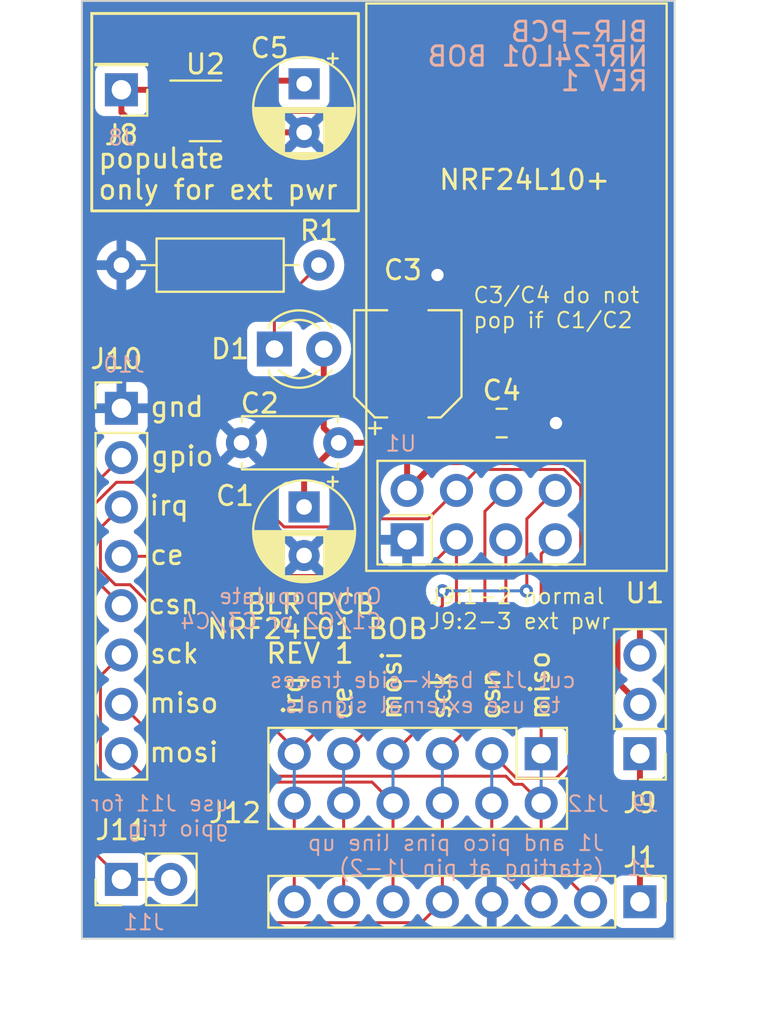
<source format=kicad_pcb>
(kicad_pcb (version 20221018) (generator pcbnew)
  (layers (0 "F.Cu" signal) (31 "B.Cu" signal) (34 "B.Paste" user) (35 "F.Paste" user) (36 "B.SilkS" user "B.Silkscreen") (37 "F.SilkS" user "F.Silkscreen") (38 "B.Mask" user) (39 "F.Mask" user) (44 "Edge.Cuts" user))
  (net 0 "")
  (net 1 "/nrf_3v3")
  (net 2 "GND")
  (net 3 "/hdr_3v3")
  (net 4 "/miso")
  (net 5 "/csn")
  (net 6 "/sck")
  (net 7 "/mosi")
  (net 8 "/ce")
  (net 9 "/irq")
  (net 10 "/gpio")
  (net 12 "Net-(D1-K)")
  (net 13 "/ext_5v")
  (net 14 "/reg_3v3")
  (footprint "Package_TO_SOT_SMD:SOT-23-5" (layer "F.Cu") (at 129.54 85.278)
    (fp_text reference "U2" (at 0 -2.4) (layer "F.SilkS"))
    (fp_text value "AP2112K-3.3")
    (pad "1" smd roundrect (at -1.1375 -0.95) (size 1.325 0.6) (layers "F.Cu" "F.Paste" "F.Mask") (net 13 "/ext_5v"))
    (pad "2" smd roundrect (at -1.1375 0) (size 1.325 0.6) (layers "F.Cu" "F.Paste" "F.Mask") (net 2 "GND"))
    (pad "3" smd roundrect (at -1.1375 0.95) (size 1.325 0.6) (layers "F.Cu" "F.Paste" "F.Mask") (net 13 "/ext_5v"))
    (pad "4" smd roundrect (at 1.1375 0.95) (size 1.325 0.6) (layers "F.Cu" "F.Paste" "F.Mask"))
    (pad "5" smd roundrect (at 1.1375 -0.95) (size 1.325 0.6) (layers "F.Cu" "F.Paste" "F.Mask") (net 14 "/reg_3v3"))
  )
  (footprint "Capacitor_SMD:CP_Elec_5x3.9" (layer "F.Cu") (at 139.954 98.298 90)
    (fp_text reference "C3" (at 4.826 -0.254 180) (layer "F.SilkS"))
    (fp_text value "10uF")
    (pad "1" smd roundrect (at -2.2 0 90) (size 3 1.6) (layers "F.Cu" "F.Paste" "F.Mask") (roundrect_rratio 0.15625) (net 1 "/nrf_3v3"))
    (pad "2" smd roundrect (at 2.2 0 90) (size 3 1.6) (layers "F.Cu" "F.Paste" "F.Mask") (roundrect_rratio 0.15625) (net 2 "GND"))
  )
  (footprint "LED_THT:LED_D3.0mm" (layer "F.Cu") (at 133.091 97.536)
    (fp_text reference "D1" (at -2.281 0) (layer "F.SilkS"))
    (fp_text value "GREEN")
    (pad "1" thru_hole rect (at 0 0) (size 1.8 1.8) (drill 0.9) (layers "*.Cu" "*.Mask") (net 12 "Net-(D1-K)"))
    (pad "2" thru_hole circle (at 2.54 0) (size 1.8 1.8) (drill 0.9) (layers "*.Cu" "*.Mask") (net 1 "/nrf_3v3"))
  )
  (footprint "RF_Module:nRF24L01_Breakout" (layer "F.Cu") (at 139.917 107.353 90)
    (fp_text reference "U1" (at -2.748 12.229 180) (layer "F.SilkS"))
    (fp_text value "NRF24L01")
    (pad "1" thru_hole rect (at 0 0 90) (size 1.7 1.7) (drill 1) (layers "*.Cu" "*.Mask") (net 2 "GND"))
    (pad "2" thru_hole circle (at 2.54 0 90) (size 1.7 1.7) (drill 1) (layers "*.Cu" "*.Mask") (net 1 "/nrf_3v3"))
    (pad "3" thru_hole circle (at 0 2.54 90) (size 1.7 1.7) (drill 1) (layers "*.Cu" "*.Mask") (net 8 "/ce"))
    (pad "4" thru_hole circle (at 2.54 2.54 90) (size 1.7 1.7) (drill 1) (layers "*.Cu" "*.Mask") (net 5 "/csn"))
    (pad "5" thru_hole circle (at 0 5.08 90) (size 1.7 1.7) (drill 1) (layers "*.Cu" "*.Mask") (net 6 "/sck"))
    (pad "6" thru_hole circle (at 2.54 5.08 90) (size 1.7 1.7) (drill 1) (layers "*.Cu" "*.Mask") (net 7 "/mosi"))
    (pad "7" thru_hole circle (at 0 7.62 90) (size 1.7 1.7) (drill 1) (layers "*.Cu" "*.Mask") (net 4 "/miso"))
    (pad "8" thru_hole circle (at 2.54 7.62 90) (size 1.7 1.7) (drill 1) (layers "*.Cu" "*.Mask") (net 9 "/irq"))
  )
  (footprint "Capacitor_SMD:C_0805_2012Metric_Pad1.18x1.45mm_HandSolder" (layer "F.Cu") (at 144.78 101.346)
    (fp_text reference "C4" (at 0 -1.68) (layer "F.SilkS"))
    (fp_text value "0.1uF")
    (pad "1" smd roundrect (at -1.0375 0) (size 1.175 1.45) (layers "F.Cu" "F.Paste" "F.Mask") (roundrect_rratio 0.2127659574) (net 1 "/nrf_3v3"))
    (pad "2" smd roundrect (at 1.0375 0) (size 1.175 1.45) (layers "F.Cu" "F.Paste" "F.Mask") (roundrect_rratio 0.2127659574) (net 2 "GND"))
  )
  (footprint "Capacitor_THT:C_Disc_D4.7mm_W2.5mm_P5.00mm" (layer "F.Cu") (at 136.398 102.362 180)
    (fp_text reference "C2" (at 4.064 2.032) (layer "F.SilkS"))
    (fp_text value "0.1uF")
    (pad "1" thru_hole circle (at 0 0 180) (size 1.6 1.6) (drill 0.8) (layers "*.Cu" "*.Mask") (net 1 "/nrf_3v3"))
    (pad "2" thru_hole circle (at 5 0 180) (size 1.6 1.6) (drill 0.8) (layers "*.Cu" "*.Mask") (net 2 "GND"))
  )
  (footprint "Connector_PinHeader_2.54mm:PinHeader_1x08_P2.54mm_Vertical" (layer "F.Cu") (at 151.892 125.984 -90)
    (fp_text reference "J1" (at -2.286 0) (layer "F.SilkS"))
    (fp_text value "Conn_01x08_Pin")
    (pad "1" thru_hole rect (at 0 0 270) (size 1.7 1.7) (drill 1) (layers "*.Cu" "*.Mask") (net 3 "/hdr_3v3"))
    (pad "2" thru_hole oval (at 0 2.54 270) (size 1.7 1.7) (drill 1) (layers "*.Cu" "*.Mask") (net 4 "/miso"))
    (pad "3" thru_hole oval (at 0 5.08 270) (size 1.7 1.7) (drill 1) (layers "*.Cu" "*.Mask") (net 5 "/csn"))
    (pad "4" thru_hole oval (at 0 7.62 270) (size 1.7 1.7) (drill 1) (layers "*.Cu" "*.Mask") (net 2 "GND"))
    (pad "5" thru_hole oval (at 0 10.16 270) (size 1.7 1.7) (drill 1) (layers "*.Cu" "*.Mask") (net 6 "/sck"))
    (pad "6" thru_hole oval (at 0 12.7 270) (size 1.7 1.7) (drill 1) (layers "*.Cu" "*.Mask") (net 7 "/mosi"))
    (pad "7" thru_hole oval (at 0 15.24 270) (size 1.7 1.7) (drill 1) (layers "*.Cu" "*.Mask") (net 8 "/ce"))
    (pad "8" thru_hole oval (at 0 17.78 270) (size 1.7 1.7) (drill 1) (layers "*.Cu" "*.Mask") (net 9 "/irq"))
  )
  (footprint "Connector_PinHeader_2.54mm:PinHeader_1x03_P2.54mm_Vertical" (layer "F.Cu") (at 151.892 118.364 180)
    (fp_text reference "J9" (at 0 -2.54) (layer "F.SilkS"))
    (fp_text value "Conn_01x03_Pin")
    (pad "1" thru_hole rect (at 0 0 180) (size 1.7 1.7) (drill 1) (layers "*.Cu" "*.Mask") (net 3 "/hdr_3v3"))
    (pad "2" thru_hole oval (at 0 2.54 180) (size 1.7 1.7) (drill 1) (layers "*.Cu" "*.Mask") (net 1 "/nrf_3v3"))
    (pad "3" thru_hole oval (at 0 5.08 180) (size 1.7 1.7) (drill 1) (layers "*.Cu" "*.Mask") (net 14 "/reg_3v3"))
  )
  (footprint "Connector_PinHeader_2.54mm:PinHeader_1x01_P2.54mm_Vertical" (layer "F.Cu") (at 125.222 84.193 180)
    (fp_text reference "J8" (at 0 -2.33) (layer "F.SilkS"))
    (fp_text value "Conn_01x01_Pin")
    (pad "1" thru_hole rect (at 0 0 180) (size 1.7 1.7) (drill 1) (layers "*.Cu" "*.Mask") (net 13 "/ext_5v"))
  )
  (footprint "Connector_PinHeader_2.54mm:PinHeader_2x06_P2.54mm_Vertical" (layer "F.Cu") (at 146.812 118.364 -90)
    (fp_text reference "J12" (at 3.048 15.748) (layer "F.SilkS"))
    (fp_text value "Conn_02x06_Odd_Even")
    (pad "1" thru_hole rect (at 0 0 270) (size 1.7 1.7) (drill 1) (layers "*.Cu" "*.Mask") (net 4 "/miso"))
    (pad "2" thru_hole oval (at 2.54 0 270) (size 1.7 1.7) (drill 1) (layers "*.Cu" "*.Mask") (net 4 "/miso"))
    (pad "3" thru_hole oval (at 0 2.54 270) (size 1.7 1.7) (drill 1) (layers "*.Cu" "*.Mask") (net 5 "/csn"))
    (pad "4" thru_hole oval (at 2.54 2.54 270) (size 1.7 1.7) (drill 1) (layers "*.Cu" "*.Mask") (net 5 "/csn"))
    (pad "5" thru_hole oval (at 0 5.08 270) (size 1.7 1.7) (drill 1) (layers "*.Cu" "*.Mask") (net 6 "/sck"))
    (pad "6" thru_hole oval (at 2.54 5.08 270) (size 1.7 1.7) (drill 1) (layers "*.Cu" "*.Mask") (net 6 "/sck"))
    (pad "7" thru_hole oval (at 0 7.62 270) (size 1.7 1.7) (drill 1) (layers "*.Cu" "*.Mask") (net 7 "/mosi"))
    (pad "8" thru_hole oval (at 2.54 7.62 270) (size 1.7 1.7) (drill 1) (layers "*.Cu" "*.Mask") (net 7 "/mosi"))
    (pad "9" thru_hole oval (at 0 10.16 270) (size 1.7 1.7) (drill 1) (layers "*.Cu" "*.Mask") (net 8 "/ce"))
    (pad "10" thru_hole oval (at 2.54 10.16 270) (size 1.7 1.7) (drill 1) (layers "*.Cu" "*.Mask") (net 8 "/ce"))
    (pad "11" thru_hole oval (at 0 12.7 270) (size 1.7 1.7) (drill 1) (layers "*.Cu" "*.Mask") (net 9 "/irq"))
    (pad "12" thru_hole oval (at 2.54 12.7 270) (size 1.7 1.7) (drill 1) (layers "*.Cu" "*.Mask") (net 9 "/irq"))
  )
  (footprint "Resistor_THT:R_Axial_DIN0207_L6.3mm_D2.5mm_P10.16mm_Horizontal" (layer "F.Cu") (at 135.382 93.218 180)
    (fp_text reference "R1" (at 0 1.778 180) (layer "F.SilkS"))
    (fp_text value "270")
    (pad "1" thru_hole circle (at 0 0 180) (size 1.6 1.6) (drill 0.8) (layers "*.Cu" "*.Mask") (net 12 "Net-(D1-K)"))
    (pad "2" thru_hole oval (at 10.16 0 180) (size 1.6 1.6) (drill 0.8) (layers "*.Cu" "*.Mask") (net 2 "GND"))
  )
  (footprint "Connector_PinHeader_2.54mm:PinHeader_1x08_P2.54mm_Vertical" (layer "F.Cu") (at 125.222 100.584)
    (fp_text reference "J10" (at -0.254 -2.54) (layer "F.SilkS"))
    (fp_text value "Conn_01x08_Pin")
    (pad "1" thru_hole rect (at 0 0) (size 1.7 1.7) (drill 1) (layers "*.Cu" "*.Mask") (net 2 "GND"))
    (pad "2" thru_hole oval (at 0 2.54) (size 1.7 1.7) (drill 1) (layers "*.Cu" "*.Mask") (net 10 "/gpio"))
    (pad "3" thru_hole oval (at 0 5.08) (size 1.7 1.7) (drill 1) (layers "*.Cu" "*.Mask") (net 9 "/irq"))
    (pad "4" thru_hole oval (at 0 7.62) (size 1.7 1.7) (drill 1) (layers "*.Cu" "*.Mask") (net 8 "/ce"))
    (pad "5" thru_hole oval (at 0 10.16) (size 1.7 1.7) (drill 1) (layers "*.Cu" "*.Mask") (net 5 "/csn"))
    (pad "6" thru_hole oval (at 0 12.7) (size 1.7 1.7) (drill 1) (layers "*.Cu" "*.Mask") (net 6 "/sck"))
    (pad "7" thru_hole oval (at 0 15.24) (size 1.7 1.7) (drill 1) (layers "*.Cu" "*.Mask") (net 4 "/miso"))
    (pad "8" thru_hole oval (at 0 17.78) (size 1.7 1.7) (drill 1) (layers "*.Cu" "*.Mask") (net 7 "/mosi"))
  )
  (footprint "Capacitor_THT:CP_Radial_D5.0mm_P2.50mm" (layer "F.Cu") (at 134.62 83.884888 -90)
    (fp_text reference "C5" (at -1.842888 1.778 -180) (layer "F.SilkS"))
    (fp_text value "10uF")
    (pad "1" thru_hole rect (at 0 0 270) (size 1.6 1.6) (drill 0.8) (layers "*.Cu" "*.Mask") (net 13 "/ext_5v"))
    (pad "2" thru_hole circle (at 2.5 0 270) (size 1.6 1.6) (drill 0.8) (layers "*.Cu" "*.Mask") (net 2 "GND"))
  )
  (footprint "Connector_PinHeader_2.54mm:PinHeader_1x02_P2.54mm_Vertical" (layer "F.Cu") (at 125.222 124.833 90)
    (fp_text reference "J11" (at 2.54 0 180) (layer "F.SilkS"))
    (fp_text value "Conn_01x02_Pin")
    (pad "1" thru_hole rect (at 0 0 90) (size 1.7 1.7) (drill 1) (layers "*.Cu" "*.Mask") (net 10 "/gpio"))
    (pad "2" thru_hole oval (at 0 2.54 90) (size 1.7 1.7) (drill 1) (layers "*.Cu" "*.Mask") (net 10 "/gpio"))
  )
  (footprint "Capacitor_THT:CP_Radial_D5.0mm_P2.50mm" (layer "F.Cu") (at 134.62 105.664 -90)
    (fp_text reference "C1" (at -0.572888 3.556 -180) (layer "F.SilkS"))
    (fp_text value "10uF")
    (pad "1" thru_hole rect (at 0 0 270) (size 1.6 1.6) (drill 0.8) (layers "*.Cu" "*.Mask") (net 1 "/nrf_3v3"))
    (pad "2" thru_hole circle (at 2.5 0 270) (size 1.6 1.6) (drill 0.8) (layers "*.Cu" "*.Mask") (net 2 "GND"))
  )
  (gr_rect (start 123.698 80.264) (end 137.414 90.424) (stroke (width 0.15)) (fill none) (layer "F.SilkS"))
  (gr_line (start 153.67 127.881) (end 123.19 127.881) (stroke (width 0.1)) (layer "Edge.Cuts"))
  (gr_line (start 123.19 79.621) (end 153.67 79.621) (stroke (width 0.1)) (layer "Edge.Cuts"))
  (gr_line (start 123.19 127.881) (end 123.19 79.621) (stroke (width 0.1)) (layer "Edge.Cuts"))
  (gr_line (start 153.67 79.621) (end 153.67 127.881) (stroke (width 0.1)) (layer "Edge.Cuts"))
  (gr_text "J10" (at 126.492 98.806) (layer "B.SilkS") (effects (font (size 0.8001 0.8001) (thickness 0.1016)) (justify left bottom mirror)))
  (gr_text "J11" (at 127.508 127.508) (layer "B.SilkS") (effects (font (size 0.8001 0.8001) (thickness 0.1016)) (justify left bottom mirror)))
  (gr_text "J12" (at 150.368 121.412) (layer "B.SilkS") (effects (font (size 0.8001 0.8001) (thickness 0.1016)) (justify left bottom mirror)))
  (gr_text "cut J12 back-side traces\nto use external signals" (at 140.716 116.332) (layer "B.SilkS") (effects (font (size 0.8001 0.8001) (thickness 0.1016)) (justify bottom mirror)))
  (gr_text "J9" (at 152.908 121.412) (layer "B.SilkS") (effects (font (size 0.8001 0.8001) (thickness 0.1016)) (justify left bottom mirror)))
  (gr_text "J8" (at 125.984 87.122) (layer "B.SilkS") (effects (font (size 0.8001 0.8001) (thickness 0.1016)) (justify left bottom mirror)))
  (gr_text "J1 and pico pins line up\n(starting at pin J1-2)" (at 150.114 124.714) (layer "B.SilkS") (effects (font (size 0.8001 0.8001) (thickness 0.1016)) (justify left bottom mirror)))
  (gr_text "U1" (at 140.462 102.87) (layer "B.SilkS") (effects (font (size 0.8001 0.8001) (thickness 0.1016)) (justify left bottom mirror)))
  (gr_text "Only populate\nC1/C2 or C3/C4" (at 138.684 112.014) (layer "B.SilkS") (effects (font (size 0.8001 0.8001) (thickness 0.1016)) (justify left bottom mirror)))
  (gr_text "NRF24L01 BOB" (at 152.4 83.058) (layer "B.SilkS") (effects (font (size 1 1)) (justify left bottom mirror)))
  (gr_text "BLR-PCB" (at 152.4 81.788) (layer "B.SilkS") (effects (font (size 1 1)) (justify left bottom mirror)))
  (gr_text "J1" (at 152.654 124.714) (layer "B.SilkS") (effects (font (size 0.8001 0.8001) (thickness 0.1016)) (justify left bottom mirror)))
  (gr_text "use J11 for\ngpio trig" (at 130.81 122.682) (layer "B.SilkS") (effects (font (size 0.8001 0.8001) (thickness 0.1016)) (justify left bottom mirror)))
  (gr_text "REV 1" (at 152.4 84.328) (layer "B.SilkS") (effects (font (size 1 1)) (justify left bottom mirror)))
  (gr_text "irq" (at 128.778 106.172) (layer "F.SilkS") (effects (font (size 1 1)) (justify right bottom)))
  (gr_text "mosi" (at 139.7 116.705 90) (layer "F.SilkS") (effects (font (size 1 1)) (justify left bottom)))
  (gr_text "J9:1-2 normal\nJ9:2-3 ext pwr" (at 140.97 112.014) (layer "F.SilkS") (effects (font (size 0.8001 0.8001) (thickness 0.1016)) (justify left bottom)))
  (gr_text "populate\nonly for ext pwr" (at 123.952 89.916) (layer "F.SilkS") (effects (font (size 1 1)) (justify left bottom)))
  (gr_text "BLR PCB" (at 131.572 111.252) (layer "F.SilkS") (effects (font (size 1 1)) (justify left bottom)))
  (gr_text "ce" (at 137.16 116.705 90) (layer "F.SilkS") (effects (font (size 1 1)) (justify left bottom)))
  (gr_text "NRF24L01 BOB" (at 129.54 112.522) (layer "F.SilkS") (effects (font (size 1 1)) (justify left bottom)))
  (gr_text "mosi" (at 130.302 118.872) (layer "F.SilkS") (effects (font (size 1 1)) (justify right bottom)))
  (gr_text "csn" (at 129.286 111.252) (layer "F.SilkS") (effects (font (size 1 1)) (justify right bottom)))
  (gr_text "sck" (at 142.24 116.705 90) (layer "F.SilkS") (effects (font (size 1 1)) (justify left bottom)))
  (gr_text "miso" (at 130.302 116.332) (layer "F.SilkS") (effects (font (size 1 1)) (justify right bottom)))
  (gr_text "gnd" (at 129.54 101.092) (layer "F.SilkS") (effects (font (size 1 1)) (justify right bottom)))
  (gr_text "sck" (at 129.286 113.792) (layer "F.SilkS") (effects (font (size 1 1)) (justify right bottom)))
  (gr_text "irq" (at 134.62 116.451 90) (layer "F.SilkS") (effects (font (size 1 1)) (justify left bottom)))
  (gr_text "gpio" (at 130.048 103.632) (layer "F.SilkS") (effects (font (size 1 1)) (justify right bottom)))
  (gr_text "miso" (at 147.32 116.705 90) (layer "F.SilkS") (effects (font (size 1 1)) (justify left bottom)))
  (gr_text "REV 1" (at 132.588 113.792) (layer "F.SilkS") (effects (font (size 1 1)) (justify left bottom)))
  (gr_text "C3/C4 do not\npop if C1/C2" (at 143.256 96.52) (layer "F.SilkS") (effects (font (size 0.8001 0.8001) (thickness 0.1016)) (justify left bottom)))
  (gr_text "NRF24L10+" (at 141.478 89.408) (layer "F.SilkS") (effects (font (size 1 1)) (justify left bottom)))
  (gr_text "csn" (at 144.78 116.705 90) (layer "F.SilkS") (effects (font (size 1 1)) (justify left bottom)))
  (gr_text "ce" (at 128.524 108.712) (layer "F.SilkS") (effects (font (size 1 1)) (justify right bottom)))
  (segment (start 139.954 100.498) (end 142.8945 100.498) (width 0.3048) (layer "F.Cu") (net 1))
  (segment (start 142.8945 100.498) (end 143.7425 101.346) (width 0.3048) (layer "F.Cu") (net 1))
  (segment (start 135.631 101.595) (end 136.398 102.362) (width 0.3048) (layer "F.Cu") (net 1))
  (segment (start 139.917 104.813) (end 141.376101 103.353899) (width 0.3048) (layer "F.Cu") (net 1))
  (segment (start 134.62 104.14) (end 134.62 105.664) (width 0.3048) (layer "F.Cu") (net 1))
  (segment (start 135.631 97.536) (end 135.631 101.595) (width 0.3048) (layer "F.Cu") (net 1))
  (segment (start 136.398 102.362) (end 134.62 104.14) (width 0.3048) (layer "F.Cu") (net 1))
  (segment (start 150.7372 105.949719) (end 150.7372 114.6692) (width 0.3048) (layer "F.Cu") (net 1))
  (segment (start 139.954 100.498) (end 139.917 100.535) (width 0.3048) (layer "F.Cu") (net 1))
  (segment (start 139.917 100.535) (end 139.917 104.813) (width 0.3048) (layer "F.Cu") (net 1))
  (segment (start 148.14138 103.353899) (end 150.7372 105.949719) (width 0.3048) (layer "F.Cu") (net 1))
  (segment (start 150.7372 114.6692) (end 151.892 115.824) (width 0.3048) (layer "F.Cu") (net 1))
  (segment (start 141.376101 103.353899) (end 148.14138 103.353899) (width 0.3048) (layer "F.Cu") (net 1))
  (segment (start 138.09 102.362) (end 139.954 100.498) (width 0.3048) (layer "F.Cu") (net 1))
  (segment (start 136.398 102.362) (end 138.09 102.362) (width 0.3048) (layer "F.Cu") (net 1))
  (segment (start 133.48863 86.384888) (end 134.62 86.384888) (width 0.3048) (layer "F.Cu") (net 2))
  (segment (start 139.954 95.25) (end 141.478 93.726) (width 0.3048) (layer "F.Cu") (net 2))
  (segment (start 139.954 96.098) (end 139.954 95.25) (width 0.3048) (layer "F.Cu") (net 2))
  (segment (start 128.4025 85.278) (end 132.381742 85.278) (width 0.3048) (layer "F.Cu") (net 2))
  (segment (start 145.8175 101.346) (end 147.574 101.346) (width 0.3048) (layer "F.Cu") (net 2))
  (segment (start 132.381742 85.278) (end 133.48863 86.384888) (width 0.3048) (layer "F.Cu") (net 2))
  (via (at 147.574 101.346) (size 1.27) (drill 0.635) (layers "F.Cu" "B.Cu") (net 2))
  (via (at 141.478 93.726) (size 1.27) (drill 0.635) (layers "F.Cu" "B.Cu") (net 2))
  (segment (start 151.892 118.364) (end 151.892 125.984) (width 0.3048) (layer "F.Cu") (net 3))
  (segment (start 146.812 118.364) (end 146.812 108.078) (width 0.1524) (layer "F.Cu") (net 4))
  (segment (start 145.415955 119.938301) (end 145.846301 119.938301) (width 0.1524) (layer "F.Cu") (net 4))
  (segment (start 145.846301 119.938301) (end 146.812 120.904) (width 0.1524) (layer "F.Cu") (net 4))
  (segment (start 125.222 115.824) (end 128.919099 119.521099) (width 0.1524) (layer "F.Cu") (net 4))
  (segment (start 146.812 108.078) (end 147.537 107.353) (width 0.1524) (layer "F.Cu") (net 4))
  (segment (start 128.919099 119.521099) (end 144.998753 119.521099) (width 0.1524) (layer "F.Cu") (net 4))
  (segment (start 146.812 123.444) (end 149.352 125.984) (width 0.1524) (layer "F.Cu") (net 4))
  (segment (start 146.812 120.904) (end 146.812 123.444) (width 0.1524) (layer "F.Cu") (net 4))
  (segment (start 144.998753 119.521099) (end 145.415955 119.938301) (width 0.1524) (layer "F.Cu") (net 4))
  (segment (start 146.812 118.364) (end 146.812 120.904) (width 0.1524) (layer "B.Cu") (net 4))
  (segment (start 148.844 118.364) (end 147.574 119.634) (width 0.1524) (layer "F.Cu") (net 5))
  (segment (start 148.844 104.594629) (end 148.844 118.364) (width 0.1524) (layer "F.Cu") (net 5))
  (segment (start 143.5356 103.7344) (end 147.983771 103.7344) (width 0.1524) (layer "F.Cu") (net 5))
  (segment (start 144.272 123.444) (end 146.812 125.984) (width 0.1524) (layer "F.Cu") (net 5))
  (segment (start 145.542 119.634) (end 144.272 118.364) (width 0.1524) (layer "F.Cu") (net 5))
  (segment (start 124.966629 104.394) (end 131.2928 104.394) (width 0.1524) (layer "F.Cu") (net 5))
  (segment (start 123.839099 105.52153) (end 124.966629 104.394) (width 0.1524) (layer "F.Cu") (net 5))
  (segment (start 125.222 110.744) (end 123.839099 109.361099) (width 0.1524) (layer "F.Cu") (net 5))
  (segment (start 144.272 120.904) (end 144.272 123.444) (width 0.1524) (layer "F.Cu") (net 5))
  (segment (start 140.9956 106.2744) (end 142.457 104.813) (width 0.1524) (layer "F.Cu") (net 5))
  (segment (start 136.5496 106.2744) (end 140.9956 106.2744) (width 0.1524) (layer "F.Cu") (net 5))
  (segment (start 131.2928 104.394) (end 133.5914 106.6926) (width 0.1524) (layer "F.Cu") (net 5))
  (segment (start 136.1314 106.6926) (end 136.5496 106.2744) (width 0.1524) (layer "F.Cu") (net 5))
  (segment (start 142.457 104.813) (end 143.5356 103.7344) (width 0.1524) (layer "F.Cu") (net 5))
  (segment (start 123.839099 109.361099) (end 123.839099 105.52153) (width 0.1524) (layer "F.Cu") (net 5))
  (segment (start 147.574 119.634) (end 145.542 119.634) (width 0.1524) (layer "F.Cu") (net 5))
  (segment (start 133.5914 106.6926) (end 136.1314 106.6926) (width 0.1524) (layer "F.Cu") (net 5))
  (segment (start 147.983771 103.7344) (end 148.844 104.594629) (width 0.1524) (layer "F.Cu") (net 5))
  (segment (start 144.272 118.364) (end 144.272 120.904) (width 0.1524) (layer "B.Cu") (net 5))
  (segment (start 124.1434 121.6034) (end 125.222 122.682) (width 0.1524) (layer "F.Cu") (net 6))
  (segment (start 124.1434 114.3626) (end 124.1434 121.6034) (width 0.1524) (layer "F.Cu") (net 6))
  (segment (start 128.27 122.682) (end 132.6506 127.0626) (width 0.1524) (layer "F.Cu") (net 6))
  (segment (start 144.997 115.099) (end 144.997 107.353) (width 0.1524) (layer "F.Cu") (net 6))
  (segment (start 125.222 122.682) (end 128.27 122.682) (width 0.1524) (layer "F.Cu") (net 6))
  (segment (start 140.6534 127.0626) (end 141.732 125.984) (width 0.1524) (layer "F.Cu") (net 6))
  (segment (start 141.732 118.364) (end 144.997 115.099) (width 0.1524) (layer "F.Cu") (net 6))
  (segment (start 141.732 120.904) (end 141.732 125.984) (width 0.1524) (layer "F.Cu") (net 6))
  (segment (start 132.6506 127.0626) (end 140.6534 127.0626) (width 0.1524) (layer "F.Cu") (net 6))
  (segment (start 125.222 113.284) (end 124.1434 114.3626) (width 0.1524) (layer "F.Cu") (net 6))
  (segment (start 141.732 118.364) (end 141.732 120.904) (width 0.1524) (layer "B.Cu") (net 6))
  (segment (start 143.9184 113.6376) (end 143.9184 105.8916) (width 0.1524) (layer "F.Cu") (net 7))
  (segment (start 143.9184 105.8916) (end 144.997 104.813) (width 0.1524) (layer "F.Cu") (net 7))
  (segment (start 125.222 118.364) (end 126.6834 119.8254) (width 0.1524) (layer "F.Cu") (net 7))
  (segment (start 138.1134 119.8254) (end 139.192 120.904) (width 0.1524) (layer "F.Cu") (net 7))
  (segment (start 126.6834 119.8254) (end 138.1134 119.8254) (width 0.1524) (layer "F.Cu") (net 7))
  (segment (start 139.192 120.904) (end 139.192 125.984) (width 0.1524) (layer "F.Cu") (net 7))
  (segment (start 139.192 118.364) (end 143.9184 113.6376) (width 0.1524) (layer "F.Cu") (net 7))
  (segment (start 139.192 118.364) (end 139.192 120.904) (width 0.1524) (layer "B.Cu") (net 7))
  (segment (start 131.318 108.204) (end 132.3066 109.1926) (width 0.1524) (layer "F.Cu") (net 8))
  (segment (start 136.652 120.904) (end 136.652 125.984) (width 0.1524) (layer "F.Cu") (net 8))
  (segment (start 132.3066 109.1926) (end 140.6174 109.1926) (width 0.1524) (layer "F.Cu") (net 8))
  (segment (start 142.457 107.353) (end 142.457 112.559) (width 0.1524) (layer "F.Cu") (net 8))
  (segment (start 140.6174 109.1926) (end 142.457 107.353) (width 0.1524) (layer "F.Cu") (net 8))
  (segment (start 142.457 112.559) (end 136.652 118.364) (width 0.1524) (layer "F.Cu") (net 8))
  (segment (start 125.222 108.204) (end 131.318 108.204) (width 0.1524) (layer "F.Cu") (net 8))
  (segment (start 136.652 118.364) (end 136.652 120.904) (width 0.1524) (layer "B.Cu") (net 8))
  (segment (start 141.732 110.744) (end 141.732 109.982) (width 0.1524) (layer "F.Cu") (net 9))
  (segment (start 125.222 105.664) (end 124.1434 106.7426) (width 0.1524) (layer "F.Cu") (net 9))
  (segment (start 134.112 118.364) (end 141.732 110.744) (width 0.1524) (layer "F.Cu") (net 9))
  (segment (start 134.112 120.904) (end 134.112 125.984) (width 0.1524) (layer "F.Cu") (net 9))
  (segment (start 124.1434 108.9034) (end 124.9054 109.6654) (width 0.1524) (layer "F.Cu") (net 9))
  (segment (start 125.668771 109.6654) (end 134.112 118.108629) (width 0.1524) (layer "F.Cu") (net 9))
  (segment (start 146.0756 109.9564) (end 146.0756 106.2744) (width 0.1524) (layer "F.Cu") (net 9))
  (segment (start 146.05 109.982) (end 146.0756 109.9564) (width 0.1524) (layer "F.Cu") (net 9))
  (segment (start 146.0756 106.2744) (end 147.537 104.813) (width 0.1524) (layer "F.Cu") (net 9))
  (segment (start 134.112 118.108629) (end 134.112 118.364) (width 0.1524) (layer "F.Cu") (net 9))
  (segment (start 124.9054 109.6654) (end 125.668771 109.6654) (width 0.1524) (layer "F.Cu") (net 9))
  (segment (start 124.1434 106.7426) (end 124.1434 108.9034) (width 0.1524) (layer "F.Cu") (net 9))
  (via (at 146.05 109.982) (size 0.6858) (drill 0.3302) (layers "F.Cu" "B.Cu") (net 9))
  (via (at 141.732 109.982) (size 0.6858) (drill 0.3302) (layers "F.Cu" "B.Cu") (net 9))
  (segment (start 134.112 118.364) (end 134.112 120.904) (width 0.1524) (layer "B.Cu") (net 9))
  (segment (start 141.732 109.982) (end 146.05 109.982) (width 0.1524) (layer "B.Cu") (net 9))
  (segment (start 123.534798 104.811202) (end 125.222 103.124) (width 0.1524) (layer "F.Cu") (net 10))
  (segment (start 125.222 124.833) (end 123.534798 123.145798) (width 0.1524) (layer "F.Cu") (net 10))
  (segment (start 123.534798 123.145798) (end 123.534798 104.811202) (width 0.1524) (layer "F.Cu") (net 10))
  (segment (start 125.222 124.833) (end 127.762 124.833) (width 0.1524) (layer "B.Cu") (net 10))
  (segment (start 133.091 97.536) (end 133.091 95.509) (width 0.1524) (layer "F.Cu") (net 12))
  (segment (start 133.091 95.509) (end 135.382 93.218) (width 0.1524) (layer "F.Cu") (net 12))
  (segment (start 128.327324 86.303176) (end 128.4025 86.228) (width 0.3048) (layer "F.Cu") (net 13))
  (segment (start 128.2675 84.193) (end 128.4025 84.328) (width 0.3048) (layer "F.Cu") (net 13))
  (segment (start 129.0073 83.7232) (end 134.458312 83.7232) (width 0.3048) (layer "F.Cu") (net 13))
  (segment (start 126.177376 86.303176) (end 128.327324 86.303176) (width 0.3048) (layer "F.Cu") (net 13))
  (segment (start 125.222 84.193) (end 125.222 85.3478) (width 0.3048) (layer "F.Cu") (net 13))
  (segment (start 128.4025 84.328) (end 129.0073 83.7232) (width 0.3048) (layer "F.Cu") (net 13))
  (segment (start 134.458312 83.7232) (end 134.62 83.884888) (width 0.3048) (layer "F.Cu") (net 13))
  (segment (start 125.222 85.3478) (end 126.177376 86.303176) (width 0.3048) (layer "F.Cu") (net 13))
  (segment (start 125.222 84.193) (end 128.2675 84.193) (width 0.3048) (layer "F.Cu") (net 13))
  (segment (start 132.077614 84.328) (end 133.029702 85.280088) (width 0.3048) (layer "F.Cu") (net 14))
  (segment (start 133.029702 85.280088) (end 143.247588 85.280088) (width 0.3048) (layer "F.Cu") (net 14))
  (segment (start 143.247588 85.280088) (end 151.892 93.9245) (width 0.3048) (layer "F.Cu") (net 14))
  (segment (start 130.6775 84.328) (end 132.077614 84.328) (width 0.3048) (layer "F.Cu") (net 14))
  (segment (start 151.892 93.9245) (end 151.892 113.284) (width 0.3048) (layer "F.Cu") (net 14))
  (zone (net 2) (net_name "GND") (layer "B.Cu") (connect_pads (clearance 0.5)) (min_thickness 0.25) (fill yes (thermal_gap 0.5) (thermal_bridge_width 0.5))
    (polygon (pts (xy 123.19 79.621) (xy 153.67 79.621) (xy 153.67 127.881) (xy 123.19 127.881)))
  )
)
</source>
